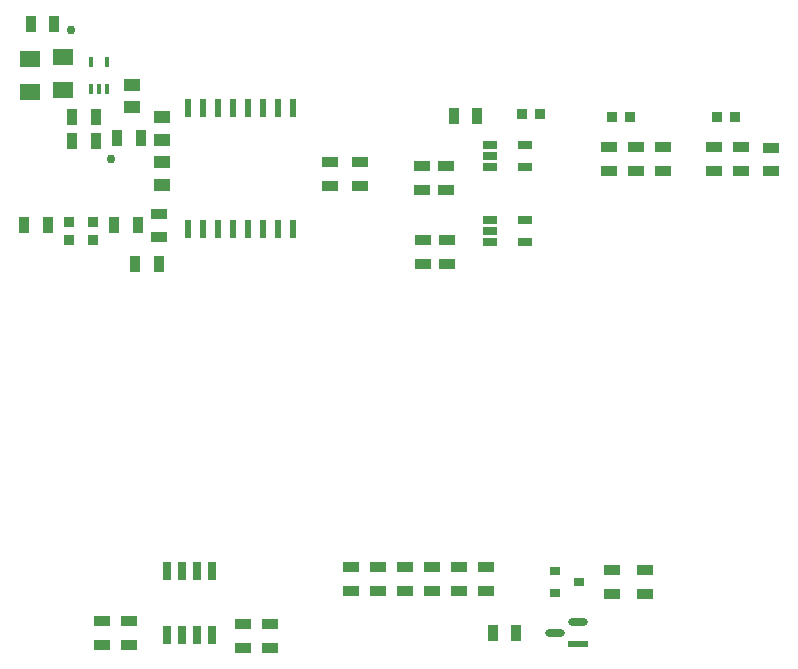
<source format=gtp>
G04*
G04 #@! TF.GenerationSoftware,Altium Limited,Altium Designer,23.1.1 (15)*
G04*
G04 Layer_Color=8421504*
%FSLAX25Y25*%
%MOIN*%
G70*
G04*
G04 #@! TF.SameCoordinates,F8F85EFA-0F4A-4E32-949D-36CD74FFCFB1*
G04*
G04*
G04 #@! TF.FilePolarity,Positive*
G04*
G01*
G75*
%ADD18R,0.03543X0.05315*%
%ADD19R,0.01575X0.03543*%
%ADD20R,0.05315X0.03543*%
G04:AMPARAMS|DCode=21|XSize=65.3mil|YSize=24.68mil|CornerRadius=12.34mil|HoleSize=0mil|Usage=FLASHONLY|Rotation=180.000|XOffset=0mil|YOffset=0mil|HoleType=Round|Shape=RoundedRectangle|*
%AMROUNDEDRECTD21*
21,1,0.06530,0.00000,0,0,180.0*
21,1,0.04063,0.02468,0,0,180.0*
1,1,0.02468,-0.02031,0.00000*
1,1,0.02468,0.02031,0.00000*
1,1,0.02468,0.02031,0.00000*
1,1,0.02468,-0.02031,0.00000*
%
%ADD21ROUNDEDRECTD21*%
%ADD22R,0.06530X0.02468*%
%ADD23R,0.02362X0.05906*%
%ADD24C,0.03000*%
%ADD25R,0.02559X0.06102*%
%ADD26R,0.07087X0.05709*%
%ADD27R,0.05512X0.04134*%
%ADD28R,0.03543X0.03740*%
G04:AMPARAMS|DCode=29|XSize=25.59mil|YSize=47.24mil|CornerRadius=1.92mil|HoleSize=0mil|Usage=FLASHONLY|Rotation=90.000|XOffset=0mil|YOffset=0mil|HoleType=Round|Shape=RoundedRectangle|*
%AMROUNDEDRECTD29*
21,1,0.02559,0.04341,0,0,90.0*
21,1,0.02175,0.04724,0,0,90.0*
1,1,0.00384,0.02170,0.01088*
1,1,0.00384,0.02170,-0.01088*
1,1,0.00384,-0.02170,-0.01088*
1,1,0.00384,-0.02170,0.01088*
%
%ADD29ROUNDEDRECTD29*%
%ADD30R,0.03543X0.03150*%
%ADD31R,0.03740X0.03543*%
D18*
X17000Y257000D02*
D03*
X9126D02*
D03*
X51874Y177000D02*
D03*
X44000D02*
D03*
X38063Y219000D02*
D03*
X45937D02*
D03*
X23063Y218000D02*
D03*
X30937D02*
D03*
X23063Y226000D02*
D03*
X30937D02*
D03*
X158000Y226443D02*
D03*
X150126D02*
D03*
X171000Y54000D02*
D03*
X163126D02*
D03*
X37063Y190000D02*
D03*
X44937D02*
D03*
X14937D02*
D03*
X7063D02*
D03*
D19*
X29441Y244528D02*
D03*
X34559D02*
D03*
Y235472D02*
D03*
X32000D02*
D03*
X29441D02*
D03*
D20*
X161000Y75937D02*
D03*
Y68063D02*
D03*
X152000Y75937D02*
D03*
Y68063D02*
D03*
X143000Y75937D02*
D03*
Y68063D02*
D03*
X134000Y75937D02*
D03*
Y68063D02*
D03*
X125000Y75937D02*
D03*
Y68063D02*
D03*
X116000Y75937D02*
D03*
Y68063D02*
D03*
X214000Y75000D02*
D03*
Y67126D02*
D03*
X80000Y57000D02*
D03*
Y49126D02*
D03*
X42000Y58000D02*
D03*
Y50126D02*
D03*
X33000D02*
D03*
Y58000D02*
D03*
X89000Y49126D02*
D03*
Y57000D02*
D03*
X256000Y215874D02*
D03*
Y208000D02*
D03*
X237000Y208063D02*
D03*
Y215937D02*
D03*
X246000D02*
D03*
Y208063D02*
D03*
X202000Y208126D02*
D03*
Y216000D02*
D03*
X211000D02*
D03*
Y208126D02*
D03*
X220000D02*
D03*
Y216000D02*
D03*
X140000Y177126D02*
D03*
Y185000D02*
D03*
X148000Y177126D02*
D03*
Y185000D02*
D03*
X139740Y201866D02*
D03*
Y209740D02*
D03*
X147740Y201866D02*
D03*
Y209740D02*
D03*
X203000Y75000D02*
D03*
Y67126D02*
D03*
X52000Y186000D02*
D03*
Y193874D02*
D03*
X119000Y210937D02*
D03*
Y203063D02*
D03*
X109000Y210937D02*
D03*
Y203063D02*
D03*
D21*
X184000Y54000D02*
D03*
X191691Y57602D02*
D03*
D22*
Y50398D02*
D03*
D23*
X61500Y188842D02*
D03*
X66500D02*
D03*
X71500D02*
D03*
X76500D02*
D03*
X81500D02*
D03*
X86500D02*
D03*
X91500D02*
D03*
X96500D02*
D03*
X61500Y229157D02*
D03*
X66500D02*
D03*
X71500D02*
D03*
X76500D02*
D03*
X81500D02*
D03*
X86500D02*
D03*
X91500D02*
D03*
X96500D02*
D03*
D24*
X22500Y255000D02*
D03*
X36000Y212000D02*
D03*
D25*
X69500Y74630D02*
D03*
X64500D02*
D03*
X59500D02*
D03*
X54500D02*
D03*
X69500Y53370D02*
D03*
X64500D02*
D03*
X59500D02*
D03*
X54500D02*
D03*
D26*
X20000Y246000D02*
D03*
Y234976D02*
D03*
X9000Y234488D02*
D03*
Y245512D02*
D03*
D27*
X43000Y236740D02*
D03*
Y229260D02*
D03*
X53000Y211000D02*
D03*
Y203520D02*
D03*
Y218520D02*
D03*
Y226000D02*
D03*
D28*
X244102Y226000D02*
D03*
X238000D02*
D03*
X209102D02*
D03*
X203000D02*
D03*
X173000Y227000D02*
D03*
X179102D02*
D03*
D29*
X173807Y191740D02*
D03*
Y184260D02*
D03*
X162193D02*
D03*
Y188000D02*
D03*
Y191740D02*
D03*
Y216740D02*
D03*
Y213000D02*
D03*
Y209260D02*
D03*
X173807D02*
D03*
Y216740D02*
D03*
D30*
X184063Y74740D02*
D03*
Y67260D02*
D03*
X191937Y71000D02*
D03*
D31*
X22000Y184898D02*
D03*
Y191000D02*
D03*
X30000Y185000D02*
D03*
Y191102D02*
D03*
M02*

</source>
